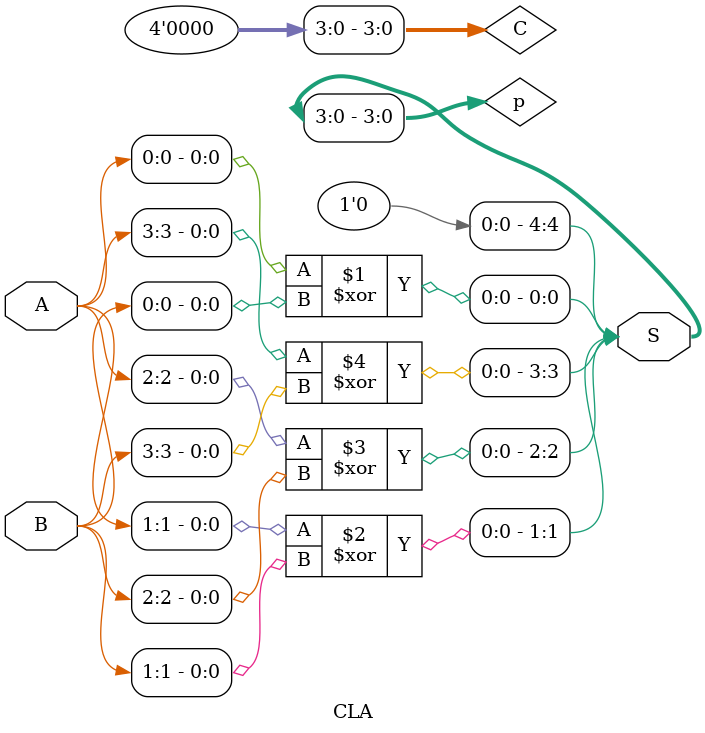
<source format=v>
`timescale 1ns / 1ps


module CLA(A,B, S);
    input [3:0] A, B;
    wire [3:0] p, G;
    wire [4:0] C;
    output [4:0] S;
    
    assign p[0] = A[0]^B[0];
    assign p[1] = A[1]^B[1];
    assign p[2] = A[2]^B[2];
    assign p[3] = A[3]^B[3];
    
    assign G[0] = A[0]&B[0];
    assign G[1] = A[1]&B[1];
    assign G[2] = A[2]&B[2];
    assign G[3] = A[3]&B[3];
    
    assign C[0] = 0;
    assign C[1] = G[0] + p[0]&C[0];
    assign C[2] = G[1] + p[1]&C[1];
    assign C[3] = G[2] + p[2]&C[2];
    assign S[4] = G[3] + p[3]&C[3];
    
    assign S[0] = p[0]^C[0];
    assign S[1] = p[1]^C[1];
    assign S[2] = p[2]^C[2];
    assign S[3] = p[3]^C[3];
    
endmodule

</source>
